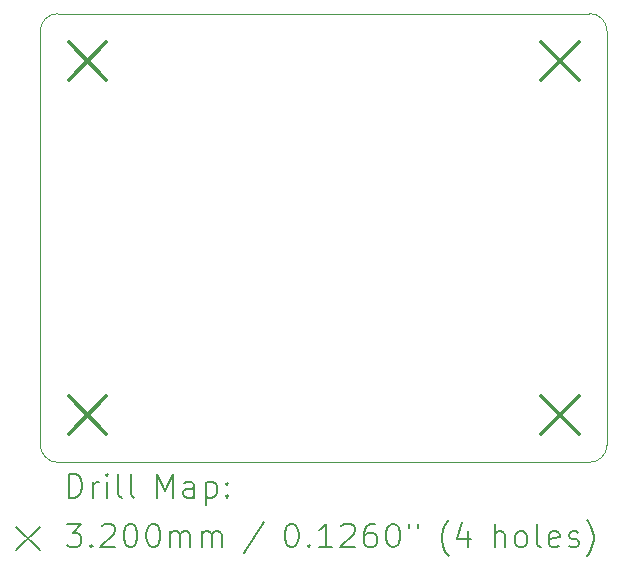
<source format=gbr>
%TF.GenerationSoftware,KiCad,Pcbnew,(7.0.0)*%
%TF.CreationDate,2023-04-27T00:18:31+08:00*%
%TF.ProjectId,DRV-24to12-BrushedMotorDriver,4452562d-3234-4746-9f31-322d42727573,rev?*%
%TF.SameCoordinates,Original*%
%TF.FileFunction,Drillmap*%
%TF.FilePolarity,Positive*%
%FSLAX45Y45*%
G04 Gerber Fmt 4.5, Leading zero omitted, Abs format (unit mm)*
G04 Created by KiCad (PCBNEW (7.0.0)) date 2023-04-27 00:18:31*
%MOMM*%
%LPD*%
G01*
G04 APERTURE LIST*
%ADD10C,0.100000*%
%ADD11C,0.200000*%
%ADD12C,0.320000*%
G04 APERTURE END LIST*
D10*
X20100000Y-9250000D02*
X20100000Y-5750000D01*
X24900000Y-5750000D02*
G75*
G03*
X24750000Y-5600000I-150000J0D01*
G01*
X24900000Y-5750000D02*
X24900000Y-9250000D01*
X20250000Y-5600000D02*
G75*
G03*
X20100000Y-5750000I0J-150000D01*
G01*
X20250000Y-5600000D02*
X24750000Y-5600000D01*
X24750000Y-9400000D02*
G75*
G03*
X24900000Y-9250000I0J150000D01*
G01*
X20100000Y-9250000D02*
G75*
G03*
X20250000Y-9400000I150000J0D01*
G01*
X24750000Y-9400000D02*
X20250000Y-9400000D01*
D11*
D12*
X20340000Y-5840000D02*
X20660000Y-6160000D01*
X20660000Y-5840000D02*
X20340000Y-6160000D01*
X20340000Y-8840000D02*
X20660000Y-9160000D01*
X20660000Y-8840000D02*
X20340000Y-9160000D01*
X24340000Y-5840000D02*
X24660000Y-6160000D01*
X24660000Y-5840000D02*
X24340000Y-6160000D01*
X24340000Y-8840000D02*
X24660000Y-9160000D01*
X24660000Y-8840000D02*
X24340000Y-9160000D01*
D11*
X20342619Y-9698476D02*
X20342619Y-9498476D01*
X20342619Y-9498476D02*
X20390238Y-9498476D01*
X20390238Y-9498476D02*
X20418810Y-9508000D01*
X20418810Y-9508000D02*
X20437857Y-9527048D01*
X20437857Y-9527048D02*
X20447381Y-9546095D01*
X20447381Y-9546095D02*
X20456905Y-9584190D01*
X20456905Y-9584190D02*
X20456905Y-9612762D01*
X20456905Y-9612762D02*
X20447381Y-9650857D01*
X20447381Y-9650857D02*
X20437857Y-9669905D01*
X20437857Y-9669905D02*
X20418810Y-9688952D01*
X20418810Y-9688952D02*
X20390238Y-9698476D01*
X20390238Y-9698476D02*
X20342619Y-9698476D01*
X20542619Y-9698476D02*
X20542619Y-9565143D01*
X20542619Y-9603238D02*
X20552143Y-9584190D01*
X20552143Y-9584190D02*
X20561667Y-9574667D01*
X20561667Y-9574667D02*
X20580714Y-9565143D01*
X20580714Y-9565143D02*
X20599762Y-9565143D01*
X20666429Y-9698476D02*
X20666429Y-9565143D01*
X20666429Y-9498476D02*
X20656905Y-9508000D01*
X20656905Y-9508000D02*
X20666429Y-9517524D01*
X20666429Y-9517524D02*
X20675952Y-9508000D01*
X20675952Y-9508000D02*
X20666429Y-9498476D01*
X20666429Y-9498476D02*
X20666429Y-9517524D01*
X20790238Y-9698476D02*
X20771190Y-9688952D01*
X20771190Y-9688952D02*
X20761667Y-9669905D01*
X20761667Y-9669905D02*
X20761667Y-9498476D01*
X20895000Y-9698476D02*
X20875952Y-9688952D01*
X20875952Y-9688952D02*
X20866429Y-9669905D01*
X20866429Y-9669905D02*
X20866429Y-9498476D01*
X21091190Y-9698476D02*
X21091190Y-9498476D01*
X21091190Y-9498476D02*
X21157857Y-9641333D01*
X21157857Y-9641333D02*
X21224524Y-9498476D01*
X21224524Y-9498476D02*
X21224524Y-9698476D01*
X21405476Y-9698476D02*
X21405476Y-9593714D01*
X21405476Y-9593714D02*
X21395952Y-9574667D01*
X21395952Y-9574667D02*
X21376905Y-9565143D01*
X21376905Y-9565143D02*
X21338809Y-9565143D01*
X21338809Y-9565143D02*
X21319762Y-9574667D01*
X21405476Y-9688952D02*
X21386429Y-9698476D01*
X21386429Y-9698476D02*
X21338809Y-9698476D01*
X21338809Y-9698476D02*
X21319762Y-9688952D01*
X21319762Y-9688952D02*
X21310238Y-9669905D01*
X21310238Y-9669905D02*
X21310238Y-9650857D01*
X21310238Y-9650857D02*
X21319762Y-9631810D01*
X21319762Y-9631810D02*
X21338809Y-9622286D01*
X21338809Y-9622286D02*
X21386429Y-9622286D01*
X21386429Y-9622286D02*
X21405476Y-9612762D01*
X21500714Y-9565143D02*
X21500714Y-9765143D01*
X21500714Y-9574667D02*
X21519762Y-9565143D01*
X21519762Y-9565143D02*
X21557857Y-9565143D01*
X21557857Y-9565143D02*
X21576905Y-9574667D01*
X21576905Y-9574667D02*
X21586429Y-9584190D01*
X21586429Y-9584190D02*
X21595952Y-9603238D01*
X21595952Y-9603238D02*
X21595952Y-9660381D01*
X21595952Y-9660381D02*
X21586429Y-9679429D01*
X21586429Y-9679429D02*
X21576905Y-9688952D01*
X21576905Y-9688952D02*
X21557857Y-9698476D01*
X21557857Y-9698476D02*
X21519762Y-9698476D01*
X21519762Y-9698476D02*
X21500714Y-9688952D01*
X21681667Y-9679429D02*
X21691190Y-9688952D01*
X21691190Y-9688952D02*
X21681667Y-9698476D01*
X21681667Y-9698476D02*
X21672143Y-9688952D01*
X21672143Y-9688952D02*
X21681667Y-9679429D01*
X21681667Y-9679429D02*
X21681667Y-9698476D01*
X21681667Y-9574667D02*
X21691190Y-9584190D01*
X21691190Y-9584190D02*
X21681667Y-9593714D01*
X21681667Y-9593714D02*
X21672143Y-9584190D01*
X21672143Y-9584190D02*
X21681667Y-9574667D01*
X21681667Y-9574667D02*
X21681667Y-9593714D01*
X19895000Y-9945000D02*
X20095000Y-10145000D01*
X20095000Y-9945000D02*
X19895000Y-10145000D01*
X20323571Y-9918476D02*
X20447381Y-9918476D01*
X20447381Y-9918476D02*
X20380714Y-9994667D01*
X20380714Y-9994667D02*
X20409286Y-9994667D01*
X20409286Y-9994667D02*
X20428333Y-10004190D01*
X20428333Y-10004190D02*
X20437857Y-10013714D01*
X20437857Y-10013714D02*
X20447381Y-10032762D01*
X20447381Y-10032762D02*
X20447381Y-10080381D01*
X20447381Y-10080381D02*
X20437857Y-10099429D01*
X20437857Y-10099429D02*
X20428333Y-10108952D01*
X20428333Y-10108952D02*
X20409286Y-10118476D01*
X20409286Y-10118476D02*
X20352143Y-10118476D01*
X20352143Y-10118476D02*
X20333095Y-10108952D01*
X20333095Y-10108952D02*
X20323571Y-10099429D01*
X20533095Y-10099429D02*
X20542619Y-10108952D01*
X20542619Y-10108952D02*
X20533095Y-10118476D01*
X20533095Y-10118476D02*
X20523571Y-10108952D01*
X20523571Y-10108952D02*
X20533095Y-10099429D01*
X20533095Y-10099429D02*
X20533095Y-10118476D01*
X20618810Y-9937524D02*
X20628333Y-9928000D01*
X20628333Y-9928000D02*
X20647381Y-9918476D01*
X20647381Y-9918476D02*
X20695000Y-9918476D01*
X20695000Y-9918476D02*
X20714048Y-9928000D01*
X20714048Y-9928000D02*
X20723571Y-9937524D01*
X20723571Y-9937524D02*
X20733095Y-9956571D01*
X20733095Y-9956571D02*
X20733095Y-9975619D01*
X20733095Y-9975619D02*
X20723571Y-10004190D01*
X20723571Y-10004190D02*
X20609286Y-10118476D01*
X20609286Y-10118476D02*
X20733095Y-10118476D01*
X20856905Y-9918476D02*
X20875952Y-9918476D01*
X20875952Y-9918476D02*
X20895000Y-9928000D01*
X20895000Y-9928000D02*
X20904524Y-9937524D01*
X20904524Y-9937524D02*
X20914048Y-9956571D01*
X20914048Y-9956571D02*
X20923571Y-9994667D01*
X20923571Y-9994667D02*
X20923571Y-10042286D01*
X20923571Y-10042286D02*
X20914048Y-10080381D01*
X20914048Y-10080381D02*
X20904524Y-10099429D01*
X20904524Y-10099429D02*
X20895000Y-10108952D01*
X20895000Y-10108952D02*
X20875952Y-10118476D01*
X20875952Y-10118476D02*
X20856905Y-10118476D01*
X20856905Y-10118476D02*
X20837857Y-10108952D01*
X20837857Y-10108952D02*
X20828333Y-10099429D01*
X20828333Y-10099429D02*
X20818810Y-10080381D01*
X20818810Y-10080381D02*
X20809286Y-10042286D01*
X20809286Y-10042286D02*
X20809286Y-9994667D01*
X20809286Y-9994667D02*
X20818810Y-9956571D01*
X20818810Y-9956571D02*
X20828333Y-9937524D01*
X20828333Y-9937524D02*
X20837857Y-9928000D01*
X20837857Y-9928000D02*
X20856905Y-9918476D01*
X21047381Y-9918476D02*
X21066429Y-9918476D01*
X21066429Y-9918476D02*
X21085476Y-9928000D01*
X21085476Y-9928000D02*
X21095000Y-9937524D01*
X21095000Y-9937524D02*
X21104524Y-9956571D01*
X21104524Y-9956571D02*
X21114048Y-9994667D01*
X21114048Y-9994667D02*
X21114048Y-10042286D01*
X21114048Y-10042286D02*
X21104524Y-10080381D01*
X21104524Y-10080381D02*
X21095000Y-10099429D01*
X21095000Y-10099429D02*
X21085476Y-10108952D01*
X21085476Y-10108952D02*
X21066429Y-10118476D01*
X21066429Y-10118476D02*
X21047381Y-10118476D01*
X21047381Y-10118476D02*
X21028333Y-10108952D01*
X21028333Y-10108952D02*
X21018810Y-10099429D01*
X21018810Y-10099429D02*
X21009286Y-10080381D01*
X21009286Y-10080381D02*
X20999762Y-10042286D01*
X20999762Y-10042286D02*
X20999762Y-9994667D01*
X20999762Y-9994667D02*
X21009286Y-9956571D01*
X21009286Y-9956571D02*
X21018810Y-9937524D01*
X21018810Y-9937524D02*
X21028333Y-9928000D01*
X21028333Y-9928000D02*
X21047381Y-9918476D01*
X21199762Y-10118476D02*
X21199762Y-9985143D01*
X21199762Y-10004190D02*
X21209286Y-9994667D01*
X21209286Y-9994667D02*
X21228333Y-9985143D01*
X21228333Y-9985143D02*
X21256905Y-9985143D01*
X21256905Y-9985143D02*
X21275952Y-9994667D01*
X21275952Y-9994667D02*
X21285476Y-10013714D01*
X21285476Y-10013714D02*
X21285476Y-10118476D01*
X21285476Y-10013714D02*
X21295000Y-9994667D01*
X21295000Y-9994667D02*
X21314048Y-9985143D01*
X21314048Y-9985143D02*
X21342619Y-9985143D01*
X21342619Y-9985143D02*
X21361667Y-9994667D01*
X21361667Y-9994667D02*
X21371191Y-10013714D01*
X21371191Y-10013714D02*
X21371191Y-10118476D01*
X21466429Y-10118476D02*
X21466429Y-9985143D01*
X21466429Y-10004190D02*
X21475952Y-9994667D01*
X21475952Y-9994667D02*
X21495000Y-9985143D01*
X21495000Y-9985143D02*
X21523572Y-9985143D01*
X21523572Y-9985143D02*
X21542619Y-9994667D01*
X21542619Y-9994667D02*
X21552143Y-10013714D01*
X21552143Y-10013714D02*
X21552143Y-10118476D01*
X21552143Y-10013714D02*
X21561667Y-9994667D01*
X21561667Y-9994667D02*
X21580714Y-9985143D01*
X21580714Y-9985143D02*
X21609286Y-9985143D01*
X21609286Y-9985143D02*
X21628333Y-9994667D01*
X21628333Y-9994667D02*
X21637857Y-10013714D01*
X21637857Y-10013714D02*
X21637857Y-10118476D01*
X21995952Y-9908952D02*
X21824524Y-10166095D01*
X22220714Y-9918476D02*
X22239762Y-9918476D01*
X22239762Y-9918476D02*
X22258810Y-9928000D01*
X22258810Y-9928000D02*
X22268333Y-9937524D01*
X22268333Y-9937524D02*
X22277857Y-9956571D01*
X22277857Y-9956571D02*
X22287381Y-9994667D01*
X22287381Y-9994667D02*
X22287381Y-10042286D01*
X22287381Y-10042286D02*
X22277857Y-10080381D01*
X22277857Y-10080381D02*
X22268333Y-10099429D01*
X22268333Y-10099429D02*
X22258810Y-10108952D01*
X22258810Y-10108952D02*
X22239762Y-10118476D01*
X22239762Y-10118476D02*
X22220714Y-10118476D01*
X22220714Y-10118476D02*
X22201667Y-10108952D01*
X22201667Y-10108952D02*
X22192143Y-10099429D01*
X22192143Y-10099429D02*
X22182619Y-10080381D01*
X22182619Y-10080381D02*
X22173095Y-10042286D01*
X22173095Y-10042286D02*
X22173095Y-9994667D01*
X22173095Y-9994667D02*
X22182619Y-9956571D01*
X22182619Y-9956571D02*
X22192143Y-9937524D01*
X22192143Y-9937524D02*
X22201667Y-9928000D01*
X22201667Y-9928000D02*
X22220714Y-9918476D01*
X22373095Y-10099429D02*
X22382619Y-10108952D01*
X22382619Y-10108952D02*
X22373095Y-10118476D01*
X22373095Y-10118476D02*
X22363572Y-10108952D01*
X22363572Y-10108952D02*
X22373095Y-10099429D01*
X22373095Y-10099429D02*
X22373095Y-10118476D01*
X22573095Y-10118476D02*
X22458810Y-10118476D01*
X22515952Y-10118476D02*
X22515952Y-9918476D01*
X22515952Y-9918476D02*
X22496905Y-9947048D01*
X22496905Y-9947048D02*
X22477857Y-9966095D01*
X22477857Y-9966095D02*
X22458810Y-9975619D01*
X22649286Y-9937524D02*
X22658810Y-9928000D01*
X22658810Y-9928000D02*
X22677857Y-9918476D01*
X22677857Y-9918476D02*
X22725476Y-9918476D01*
X22725476Y-9918476D02*
X22744524Y-9928000D01*
X22744524Y-9928000D02*
X22754048Y-9937524D01*
X22754048Y-9937524D02*
X22763571Y-9956571D01*
X22763571Y-9956571D02*
X22763571Y-9975619D01*
X22763571Y-9975619D02*
X22754048Y-10004190D01*
X22754048Y-10004190D02*
X22639762Y-10118476D01*
X22639762Y-10118476D02*
X22763571Y-10118476D01*
X22935000Y-9918476D02*
X22896905Y-9918476D01*
X22896905Y-9918476D02*
X22877857Y-9928000D01*
X22877857Y-9928000D02*
X22868333Y-9937524D01*
X22868333Y-9937524D02*
X22849286Y-9966095D01*
X22849286Y-9966095D02*
X22839762Y-10004190D01*
X22839762Y-10004190D02*
X22839762Y-10080381D01*
X22839762Y-10080381D02*
X22849286Y-10099429D01*
X22849286Y-10099429D02*
X22858810Y-10108952D01*
X22858810Y-10108952D02*
X22877857Y-10118476D01*
X22877857Y-10118476D02*
X22915952Y-10118476D01*
X22915952Y-10118476D02*
X22935000Y-10108952D01*
X22935000Y-10108952D02*
X22944524Y-10099429D01*
X22944524Y-10099429D02*
X22954048Y-10080381D01*
X22954048Y-10080381D02*
X22954048Y-10032762D01*
X22954048Y-10032762D02*
X22944524Y-10013714D01*
X22944524Y-10013714D02*
X22935000Y-10004190D01*
X22935000Y-10004190D02*
X22915952Y-9994667D01*
X22915952Y-9994667D02*
X22877857Y-9994667D01*
X22877857Y-9994667D02*
X22858810Y-10004190D01*
X22858810Y-10004190D02*
X22849286Y-10013714D01*
X22849286Y-10013714D02*
X22839762Y-10032762D01*
X23077857Y-9918476D02*
X23096905Y-9918476D01*
X23096905Y-9918476D02*
X23115952Y-9928000D01*
X23115952Y-9928000D02*
X23125476Y-9937524D01*
X23125476Y-9937524D02*
X23135000Y-9956571D01*
X23135000Y-9956571D02*
X23144524Y-9994667D01*
X23144524Y-9994667D02*
X23144524Y-10042286D01*
X23144524Y-10042286D02*
X23135000Y-10080381D01*
X23135000Y-10080381D02*
X23125476Y-10099429D01*
X23125476Y-10099429D02*
X23115952Y-10108952D01*
X23115952Y-10108952D02*
X23096905Y-10118476D01*
X23096905Y-10118476D02*
X23077857Y-10118476D01*
X23077857Y-10118476D02*
X23058810Y-10108952D01*
X23058810Y-10108952D02*
X23049286Y-10099429D01*
X23049286Y-10099429D02*
X23039762Y-10080381D01*
X23039762Y-10080381D02*
X23030238Y-10042286D01*
X23030238Y-10042286D02*
X23030238Y-9994667D01*
X23030238Y-9994667D02*
X23039762Y-9956571D01*
X23039762Y-9956571D02*
X23049286Y-9937524D01*
X23049286Y-9937524D02*
X23058810Y-9928000D01*
X23058810Y-9928000D02*
X23077857Y-9918476D01*
X23220714Y-9918476D02*
X23220714Y-9956571D01*
X23296905Y-9918476D02*
X23296905Y-9956571D01*
X23559762Y-10194667D02*
X23550238Y-10185143D01*
X23550238Y-10185143D02*
X23531191Y-10156571D01*
X23531191Y-10156571D02*
X23521667Y-10137524D01*
X23521667Y-10137524D02*
X23512143Y-10108952D01*
X23512143Y-10108952D02*
X23502619Y-10061333D01*
X23502619Y-10061333D02*
X23502619Y-10023238D01*
X23502619Y-10023238D02*
X23512143Y-9975619D01*
X23512143Y-9975619D02*
X23521667Y-9947048D01*
X23521667Y-9947048D02*
X23531191Y-9928000D01*
X23531191Y-9928000D02*
X23550238Y-9899429D01*
X23550238Y-9899429D02*
X23559762Y-9889905D01*
X23721667Y-9985143D02*
X23721667Y-10118476D01*
X23674048Y-9908952D02*
X23626429Y-10051810D01*
X23626429Y-10051810D02*
X23750238Y-10051810D01*
X23946429Y-10118476D02*
X23946429Y-9918476D01*
X24032143Y-10118476D02*
X24032143Y-10013714D01*
X24032143Y-10013714D02*
X24022619Y-9994667D01*
X24022619Y-9994667D02*
X24003572Y-9985143D01*
X24003572Y-9985143D02*
X23975000Y-9985143D01*
X23975000Y-9985143D02*
X23955952Y-9994667D01*
X23955952Y-9994667D02*
X23946429Y-10004190D01*
X24155952Y-10118476D02*
X24136905Y-10108952D01*
X24136905Y-10108952D02*
X24127381Y-10099429D01*
X24127381Y-10099429D02*
X24117857Y-10080381D01*
X24117857Y-10080381D02*
X24117857Y-10023238D01*
X24117857Y-10023238D02*
X24127381Y-10004190D01*
X24127381Y-10004190D02*
X24136905Y-9994667D01*
X24136905Y-9994667D02*
X24155952Y-9985143D01*
X24155952Y-9985143D02*
X24184524Y-9985143D01*
X24184524Y-9985143D02*
X24203572Y-9994667D01*
X24203572Y-9994667D02*
X24213095Y-10004190D01*
X24213095Y-10004190D02*
X24222619Y-10023238D01*
X24222619Y-10023238D02*
X24222619Y-10080381D01*
X24222619Y-10080381D02*
X24213095Y-10099429D01*
X24213095Y-10099429D02*
X24203572Y-10108952D01*
X24203572Y-10108952D02*
X24184524Y-10118476D01*
X24184524Y-10118476D02*
X24155952Y-10118476D01*
X24336905Y-10118476D02*
X24317857Y-10108952D01*
X24317857Y-10108952D02*
X24308333Y-10089905D01*
X24308333Y-10089905D02*
X24308333Y-9918476D01*
X24489286Y-10108952D02*
X24470238Y-10118476D01*
X24470238Y-10118476D02*
X24432143Y-10118476D01*
X24432143Y-10118476D02*
X24413095Y-10108952D01*
X24413095Y-10108952D02*
X24403572Y-10089905D01*
X24403572Y-10089905D02*
X24403572Y-10013714D01*
X24403572Y-10013714D02*
X24413095Y-9994667D01*
X24413095Y-9994667D02*
X24432143Y-9985143D01*
X24432143Y-9985143D02*
X24470238Y-9985143D01*
X24470238Y-9985143D02*
X24489286Y-9994667D01*
X24489286Y-9994667D02*
X24498810Y-10013714D01*
X24498810Y-10013714D02*
X24498810Y-10032762D01*
X24498810Y-10032762D02*
X24403572Y-10051810D01*
X24575000Y-10108952D02*
X24594048Y-10118476D01*
X24594048Y-10118476D02*
X24632143Y-10118476D01*
X24632143Y-10118476D02*
X24651191Y-10108952D01*
X24651191Y-10108952D02*
X24660714Y-10089905D01*
X24660714Y-10089905D02*
X24660714Y-10080381D01*
X24660714Y-10080381D02*
X24651191Y-10061333D01*
X24651191Y-10061333D02*
X24632143Y-10051810D01*
X24632143Y-10051810D02*
X24603572Y-10051810D01*
X24603572Y-10051810D02*
X24584524Y-10042286D01*
X24584524Y-10042286D02*
X24575000Y-10023238D01*
X24575000Y-10023238D02*
X24575000Y-10013714D01*
X24575000Y-10013714D02*
X24584524Y-9994667D01*
X24584524Y-9994667D02*
X24603572Y-9985143D01*
X24603572Y-9985143D02*
X24632143Y-9985143D01*
X24632143Y-9985143D02*
X24651191Y-9994667D01*
X24727381Y-10194667D02*
X24736905Y-10185143D01*
X24736905Y-10185143D02*
X24755953Y-10156571D01*
X24755953Y-10156571D02*
X24765476Y-10137524D01*
X24765476Y-10137524D02*
X24775000Y-10108952D01*
X24775000Y-10108952D02*
X24784524Y-10061333D01*
X24784524Y-10061333D02*
X24784524Y-10023238D01*
X24784524Y-10023238D02*
X24775000Y-9975619D01*
X24775000Y-9975619D02*
X24765476Y-9947048D01*
X24765476Y-9947048D02*
X24755953Y-9928000D01*
X24755953Y-9928000D02*
X24736905Y-9899429D01*
X24736905Y-9899429D02*
X24727381Y-9889905D01*
M02*

</source>
